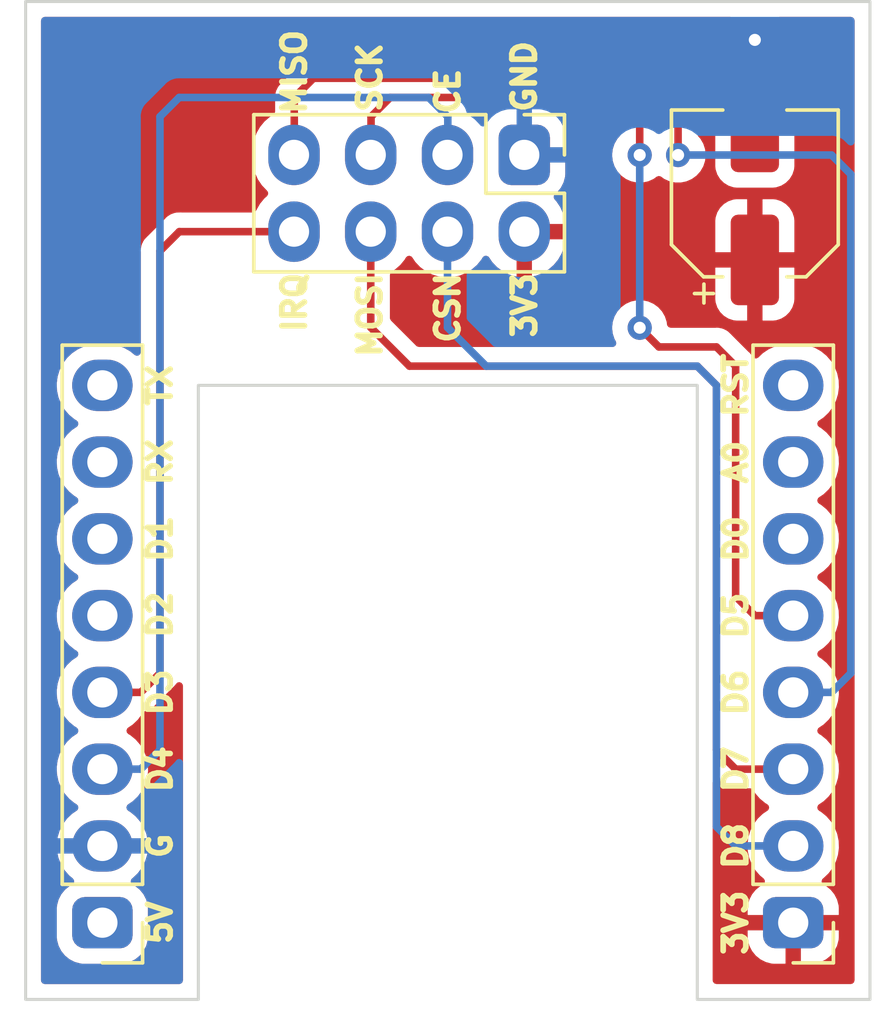
<source format=kicad_pcb>
(kicad_pcb (version 20211014) (generator pcbnew)
  (layers (0 "F.Cu" signal) (31 "B.Cu" signal) (34 "B.Paste" user) (35 "F.Paste" user) (36 "B.SilkS" user "B.Silkscreen") (37 "F.SilkS" user "F.Silkscreen") (38 "B.Mask" user) (39 "F.Mask" user) (44 "Edge.Cuts" user))
  (net 0 "")
  (net 1 "+3V3")
  (net 2 "GND")
  (net 4 "/D4")
  (net 5 "/D3")
  (net 10 "/D8")
  (net 11 "/D5")
  (net 12 "/D7")
  (net 13 "/D6")
  (footprint "Hoymiles_AhoyDTU:Connector_1x08_P2.54mm" (layer "F.Cu") (at 157.48 58.42 180)
    (fp_text reference "J3")
    (fp_text value "Conn_01x08")
    (fp_line (start -1.33 1.27) (end -1.33 19.11) (layer "F.SilkS") (width 0.12))
    (fp_line (start -1.33 1.27) (end 1.33 1.27) (layer "F.SilkS") (width 0.12))
    (fp_line (start -1.33 -1.33) (end 0 -1.33) (layer "F.SilkS") (width 0.12))
    (fp_line (start -1.33 19.11) (end 1.33 19.11) (layer "F.SilkS") (width 0.12))
    (fp_line (start -1.33 0) (end -1.33 -1.33) (layer "F.SilkS") (width 0.12))
    (fp_line (start 1.33 1.27) (end 1.33 19.11) (layer "F.SilkS") (width 0.12))
    (pad "1" thru_hole roundrect (at 0 0 180) (size 2 1.7) (drill 1) (layers *.Cu *.Mask) (net 1 "+3V3"))
    (pad "2" thru_hole oval (at 0 2.54 180) (size 2 1.7) (drill 1) (layers *.Cu *.Mask) (net 10 "/D8"))
    (pad "3" thru_hole oval (at 0 5.08 180) (size 2 1.7) (drill 1) (layers *.Cu *.Mask) (net 12 "/D7"))
    (pad "4" thru_hole oval (at 0 7.62 180) (size 2 1.7) (drill 1) (layers *.Cu *.Mask) (net 13 "/D6"))
    (pad "5" thru_hole oval (at 0 10.16 180) (size 2 1.7) (drill 1) (layers *.Cu *.Mask) (net 11 "/D5"))
    (pad "6" thru_hole oval (at 0 12.7 180) (size 2 1.7) (drill 1) (layers *.Cu *.Mask))
    (pad "7" thru_hole oval (at 0 15.24 180) (size 2 1.7) (drill 1) (layers *.Cu *.Mask))
    (pad "8" thru_hole oval (at 0 17.78 180) (size 2 1.7) (drill 1) (layers *.Cu *.Mask))
  )
  (footprint "Hoymiles_AhoyDTU:Connector_2x04_P2.54mm" (layer "F.Cu") (at 148.58 33.015 -90)
    (fp_text reference "J2")
    (fp_text value "Conn_02x04_Odd_Even")
    (fp_line (start -1.33 8.95) (end 3.87 8.95) (layer "F.SilkS") (width 0.12))
    (fp_line (start 1.27 1.27) (end 1.27 -1.33) (layer "F.SilkS") (width 0.12))
    (fp_line (start -1.33 0) (end -1.33 -1.33) (layer "F.SilkS") (width 0.12))
    (fp_line (start 1.27 -1.33) (end 3.87 -1.33) (layer "F.SilkS") (width 0.12))
    (fp_line (start 3.87 -1.33) (end 3.87 8.95) (layer "F.SilkS") (width 0.12))
    (fp_line (start -1.33 -1.33) (end 0 -1.33) (layer "F.SilkS") (width 0.12))
    (fp_line (start -1.33 1.27) (end -1.33 8.95) (layer "F.SilkS") (width 0.12))
    (fp_line (start -1.33 1.27) (end 1.27 1.27) (layer "F.SilkS") (width 0.12))
    (pad "1" thru_hole roundrect (at 0 0 270) (size 2 1.7) (drill 1) (layers *.Cu *.Mask) (net 2 "GND"))
    (pad "2" thru_hole oval (at 2.54 0 270) (size 2 1.7) (drill 1) (layers *.Cu *.Mask) (net 1 "+3V3"))
    (pad "3" thru_hole oval (at 0 2.54 270) (size 2 1.7) (drill 1) (layers *.Cu *.Mask) (net 4 "/D4"))
    (pad "4" thru_hole oval (at 2.54 2.54 270) (size 2 1.7) (drill 1) (layers *.Cu *.Mask) (net 10 "/D8"))
    (pad "5" thru_hole oval (at 0 5.08 270) (size 2 1.7) (drill 1) (layers *.Cu *.Mask) (net 11 "/D5"))
    (pad "6" thru_hole oval (at 2.54 5.08 270) (size 2 1.7) (drill 1) (layers *.Cu *.Mask) (net 12 "/D7"))
    (pad "7" thru_hole oval (at 0 7.62 270) (size 2 1.7) (drill 1) (layers *.Cu *.Mask) (net 13 "/D6"))
    (pad "8" thru_hole oval (at 2.54 7.62 270) (size 2 1.7) (drill 1) (layers *.Cu *.Mask) (net 5 "/D3"))
  )
  (footprint "Hoymiles_AhoyDTU:Connector_1x08_P2.54mm" (layer "F.Cu") (at 134.62 58.42 180)
    (fp_text reference "J1")
    (fp_text value "Conn_01x08")
    (fp_line (start -1.33 -1.33) (end 0 -1.33) (layer "F.SilkS") (width 0.12))
    (fp_line (start -1.33 1.27) (end 1.33 1.27) (layer "F.SilkS") (width 0.12))
    (fp_line (start -1.33 19.11) (end 1.33 19.11) (layer "F.SilkS") (width 0.12))
    (fp_line (start 1.33 1.27) (end 1.33 19.11) (layer "F.SilkS") (width 0.12))
    (fp_line (start -1.33 1.27) (end -1.33 19.11) (layer "F.SilkS") (width 0.12))
    (fp_line (start -1.33 0) (end -1.33 -1.33) (layer "F.SilkS") (width 0.12))
    (pad "1" thru_hole roundrect (at 0 0 180) (size 2 1.7) (drill 1) (layers *.Cu *.Mask))
    (pad "2" thru_hole oval (at 0 2.54 180) (size 2 1.7) (drill 1) (layers *.Cu *.Mask) (net 2 "GND"))
    (pad "3" thru_hole oval (at 0 5.08 180) (size 2 1.7) (drill 1) (layers *.Cu *.Mask) (net 4 "/D4"))
    (pad "4" thru_hole oval (at 0 7.62 180) (size 2 1.7) (drill 1) (layers *.Cu *.Mask) (net 5 "/D3"))
    (pad "5" thru_hole oval (at 0 10.16 180) (size 2 1.7) (drill 1) (layers *.Cu *.Mask))
    (pad "6" thru_hole oval (at 0 12.7 180) (size 2 1.7) (drill 1) (layers *.Cu *.Mask))
    (pad "7" thru_hole oval (at 0 15.24 180) (size 2 1.7) (drill 1) (layers *.Cu *.Mask))
    (pad "8" thru_hole oval (at 0 17.78 180) (size 2 1.7) (drill 1) (layers *.Cu *.Mask))
  )
  (footprint "Capacitor_SMD:CP_Elec_5x5.4" (layer "F.Cu") (at 156.21 34.29 90)
    (fp_text reference "C1")
    (fp_text value "100µF")
    (fp_line (start -1.695563 -2.76) (end 2.76 -2.76) (layer "F.SilkS") (width 0.12))
    (fp_line (start -3.625 -1.685) (end -3 -1.685) (layer "F.SilkS") (width 0.12))
    (fp_line (start -2.76 1.695563) (end -1.695563 2.76) (layer "F.SilkS") (width 0.12))
    (fp_line (start -3.3125 -1.9975) (end -3.3125 -1.3725) (layer "F.SilkS") (width 0.12))
    (fp_line (start 2.76 2.76) (end 2.76 1.06) (layer "F.SilkS") (width 0.12))
    (fp_line (start -1.695563 2.76) (end 2.76 2.76) (layer "F.SilkS") (width 0.12))
    (fp_line (start -2.76 -1.695563) (end -1.695563 -2.76) (layer "F.SilkS") (width 0.12))
    (fp_line (start 2.76 -2.76) (end 2.76 -1.06) (layer "F.SilkS") (width 0.12))
    (fp_line (start -2.76 -1.695563) (end -2.76 -1.06) (layer "F.SilkS") (width 0.12))
    (fp_line (start -2.76 1.695563) (end -2.76 1.06) (layer "F.SilkS") (width 0.12))
    (pad "1" smd roundrect (at -2.2 0 90) (size 3 1.6) (layers "F.Cu" "F.Paste" "F.Mask") (roundrect_rratio 0.15625) (net 1 "+3V3"))
    (pad "2" smd roundrect (at 2.2 0 90) (size 3 1.6) (layers "F.Cu" "F.Paste" "F.Mask") (roundrect_rratio 0.15625) (net 2 "GND"))
  )
  (gr_poly (pts (xy 160.02 60.96) (xy 154.305 60.96) (xy 154.305 40.64) (xy 137.795 40.64) (xy 137.795 60.96) (xy 132.08 60.96) (xy 132.08 27.94) (xy 160.02 27.94)) (layer "Edge.Cuts") (width 0.1) (fill none))
  (gr_text "3V3" (at 148.59 36.83 90) (layer "F.SilkS") (effects (font (size 0.75 0.75) (thickness 0.1875)) (justify right)))
  (gr_text "A0" (at 155.575 43.18 90) (layer "F.SilkS") (effects (font (size 0.75 0.75) (thickness 0.1875))))
  (gr_text "TX" (at 136.525 40.64 90) (layer "F.SilkS") (effects (font (size 0.75 0.75) (thickness 0.1875))))
  (gr_text "D6" (at 155.575 50.8 90) (layer "F.SilkS") (effects (font (size 0.75 0.75) (thickness 0.1875))))
  (gr_text "5V" (at 136.525 58.42 90) (layer "F.SilkS") (effects (font (size 0.75 0.75) (thickness 0.1875))))
  (gr_text "D4" (at 136.525 53.34 90) (layer "F.SilkS") (effects (font (size 0.75 0.75) (thickness 0.1875))))
  (gr_text "3V3" (at 155.575 58.42 90) (layer "F.SilkS") (effects (font (size 0.75 0.75) (thickness 0.1875))))
  (gr_text "MISO" (at 140.97 31.75 90) (layer "F.SilkS") (effects (font (size 0.75 0.75) (thickness 0.1875)) (justify left)))
  (gr_text "D5" (at 155.575 48.26 90) (layer "F.SilkS") (effects (font (size 0.75 0.75) (thickness 0.1875))))
  (gr_text "D0" (at 155.575 45.72 90) (layer "F.SilkS") (effects (font (size 0.75 0.75) (thickness 0.1875))))
  (gr_text "RST" (at 155.575 40.64 90) (layer "F.SilkS") (effects (font (size 0.75 0.75) (thickness 0.1875))))
  (gr_text "CSN" (at 146.05 36.83 90) (layer "F.SilkS") (effects (font (size 0.75 0.75) (thickness 0.1875)) (justify right)))
  (gr_text "G" (at 136.525 55.88 90) (layer "F.SilkS") (effects (font (size 0.75 0.75) (thickness 0.1875))))
  (gr_text "RX" (at 136.525 43.18 90) (layer "F.SilkS") (effects (font (size 0.75 0.75) (thickness 0.1875))))
  (gr_text "D8" (at 155.575 55.88 90) (layer "F.SilkS") (effects (font (size 0.75 0.75) (thickness 0.1875))))
  (gr_text "D2" (at 136.525 48.23 90) (layer "F.SilkS") (effects (font (size 0.75 0.75) (thickness 0.1875))))
  (gr_text "D7" (at 155.575 53.34 90) (layer "F.SilkS") (effects (font (size 0.75 0.75) (thickness 0.1875))))
  (gr_text "CE" (at 146.05 31.75 90) (layer "F.SilkS") (effects (font (size 0.75 0.75) (thickness 0.1875)) (justify left)))
  (gr_text "MOSI" (at 143.47 36.83 90) (layer "F.SilkS") (effects (font (size 0.75 0.75) (thickness 0.1875)) (justify right)))
  (gr_text "D1" (at 136.525 45.72 90) (layer "F.SilkS") (effects (font (size 0.75 0.75) (thickness 0.1875))))
  (gr_text "IRQ" (at 140.97 36.83 90) (layer "F.SilkS") (effects (font (size 0.75 0.75) (thickness 0.1875)) (justify right)))
  (gr_text "GND" (at 148.58 31.685 90) (layer "F.SilkS") (effects (font (size 0.75 0.75) (thickness 0.1875)) (justify left)))
  (gr_text "SCK" (at 143.47 31.685 90) (layer "F.SilkS") (effects (font (size 0.75 0.75) (thickness 0.1875)) (justify left)))
  (gr_text "D3" (at 136.525 50.8 90) (layer "F.SilkS") (effects (font (size 0.75 0.75) (thickness 0.1875))))
  (segment (start 156.21 32.09) (end 156.21 29.21) (width 0.8) (layer "F.Cu") (net 2))
  (via (at 156.21 29.21) (size 0.8) (drill 0.4) (layers "F.Cu" "B.Cu") (net 2))
  (segment (start 137.16 31.115) (end 145.415 31.115) (width 0.25) (layer "B.Cu") (net 4))
  (segment (start 136.525 52.705) (end 136.525 31.75) (width 0.25) (layer "B.Cu") (net 4))
  (segment (start 135.89 53.34) (end 136.525 52.705) (width 0.25) (layer "B.Cu") (net 4))
  (segment (start 146.05 31.75) (end 146.05 33.005) (width 0.25) (layer "B.Cu") (net 4))
  (segment (start 134.62 53.34) (end 135.89 53.34) (width 0.25) (layer "B.Cu") (net 4))
  (segment (start 145.415 31.115) (end 146.05 31.75) (width 0.25) (layer "B.Cu") (net 4))
  (segment (start 136.525 31.75) (end 137.16 31.115) (width 0.25) (layer "B.Cu") (net 4))
  (segment (start 146.05 33.005) (end 146.04 33.015) (width 0.25) (layer "B.Cu") (net 4))
  (segment (start 135.89 50.8) (end 136.525 50.165) (width 0.25) (layer "F.Cu") (net 5))
  (segment (start 137.165 35.555) (end 140.96 35.555) (width 0.25) (layer "F.Cu") (net 5))
  (segment (start 134.62 50.8) (end 135.89 50.8) (width 0.25) (layer "F.Cu") (net 5))
  (segment (start 136.525 36.195) (end 137.165 35.555) (width 0.25) (layer "F.Cu") (net 5))
  (segment (start 136.525 50.165) (end 136.525 36.195) (width 0.25) (layer "F.Cu") (net 5))
  (segment (start 146.04 35.555) (end 146.04 38.725) (width 0.25) (layer "B.Cu") (net 10))
  (segment (start 154.94 40.64) (end 154.94 55.245) (width 0.25) (layer "B.Cu") (net 10))
  (segment (start 154.305 40.005) (end 154.94 40.64) (width 0.25) (layer "B.Cu") (net 10))
  (segment (start 154.94 55.245) (end 155.575 55.88) (width 0.25) (layer "B.Cu") (net 10))
  (segment (start 147.32 40.005) (end 154.305 40.005) (width 0.25) (layer "B.Cu") (net 10))
  (segment (start 146.04 38.725) (end 147.32 40.005) (width 0.25) (layer "B.Cu") (net 10))
  (segment (start 155.575 55.88) (end 157.48 55.88) (width 0.25) (layer "B.Cu") (net 10))
  (segment (start 154.94 39.37) (end 155.575 40.005) (width 0.25) (layer "F.Cu") (net 11))
  (segment (start 156.21 48.26) (end 157.48 48.26) (width 0.25) (layer "F.Cu") (net 11))
  (segment (start 151.765 31.115) (end 144.145 31.115) (width 0.25) (layer "F.Cu") (net 11))
  (segment (start 152.4 31.75) (end 151.765 31.115) (width 0.25) (layer "F.Cu") (net 11))
  (segment (start 155.575 40.005) (end 155.575 47.625) (width 0.25) (layer "F.Cu") (net 11))
  (segment (start 143.51 33.005) (end 143.5 33.015) (width 0.25) (layer "F.Cu") (net 11))
  (segment (start 153.035 39.37) (end 154.94 39.37) (width 0.25) (layer "F.Cu") (net 11))
  (segment (start 143.51 31.75) (end 143.51 33.005) (width 0.25) (layer "F.Cu") (net 11))
  (segment (start 152.4 31.75) (end 152.4 33.02) (width 0.25) (layer "F.Cu") (net 11))
  (segment (start 152.4 38.735) (end 153.035 39.37) (width 0.25) (layer "F.Cu") (net 11))
  (segment (start 144.145 31.115) (end 143.51 31.75) (width 0.25) (layer "F.Cu") (net 11))
  (segment (start 155.575 47.625) (end 156.21 48.26) (width 0.25) (layer "F.Cu") (net 11))
  (via (at 152.4 38.735) (size 0.8) (drill 0.4) (layers "F.Cu" "B.Cu") (net 11))
  (via (at 152.4 33.02) (size 0.8) (drill 0.4) (layers "F.Cu" "B.Cu") (net 11))
  (segment (start 152.4 33.02) (end 152.4 38.735) (width 0.25) (layer "B.Cu") (net 11))
  (segment (start 144.78 40.005) (end 154.305 40.005) (width 0.25) (layer "F.Cu") (net 12))
  (segment (start 154.305 40.005) (end 154.94 40.64) (width 0.25) (layer "F.Cu") (net 12))
  (segment (start 143.5 35.555) (end 143.5 38.725) (width 0.25) (layer "F.Cu") (net 12))
  (segment (start 143.5 38.725) (end 144.78 40.005) (width 0.25) (layer "F.Cu") (net 12))
  (segment (start 154.94 40.64) (end 154.94 52.705) (width 0.25) (layer "F.Cu") (net 12))
  (segment (start 155.575 53.34) (end 157.48 53.34) (width 0.25) (layer "F.Cu") (net 12))
  (segment (start 154.94 52.705) (end 155.575 53.34) (width 0.25) (layer "F.Cu") (net 12))
  (segment (start 153.035 30.48) (end 153.67 31.115) (width 0.25) (layer "F.Cu") (net 13))
  (segment (start 153.67 31.115) (end 153.67 33.02) (width 0.25) (layer "F.Cu") (net 13))
  (segment (start 140.96 33.015) (end 140.97 33.005) (width 0.25) (layer "F.Cu") (net 13))
  (segment (start 140.97 33.005) (end 140.97 31.115) (width 0.25) (layer "F.Cu") (net 13))
  (segment (start 141.605 30.48) (end 153.035 30.48) (width 0.25) (layer "F.Cu") (net 13))
  (segment (start 140.97 31.115) (end 141.605 30.48) (width 0.25) (layer "F.Cu") (net 13))
  (via (at 153.67 33.02) (size 0.8) (drill 0.4) (layers "F.Cu" "B.Cu") (net 13))
  (segment (start 159.385 33.655) (end 159.385 50.165) (width 0.25) (layer "B.Cu") (net 13))
  (segment (start 159.385 50.165) (end 158.75 50.8) (width 0.25) (layer "B.Cu") (net 13))
  (segment (start 158.75 50.8) (end 157.48 50.8) (width 0.25) (layer "B.Cu") (net 13))
  (segment (start 153.67 33.02) (end 158.75 33.02) (width 0.25) (layer "B.Cu") (net 13))
  (segment (start 158.75 33.02) (end 159.385 33.655) (width 0.25) (layer "B.Cu") (net 13))
  (zone (net 1) (net_name "+3V3") (layer "F.Cu") (connect_pads (clearance 0.508)) (min_thickness 0.254) (fill yes (thermal_gap 0.508) (thermal_bridge_width 0.508))
    (polygon (pts (xy 160.02 60.96) (xy 154.305 60.96) (xy 154.305 40.64) (xy 137.795 40.64) (xy 137.795 60.96) (xy 132.08 60.96) (xy 132.08 27.94) (xy 160.02 27.94)))
  )
  (zone (net 2) (net_name "GND") (layer "B.Cu") (connect_pads (clearance 0.508)) (min_thickness 0.254) (fill yes (thermal_gap 0.508) (thermal_bridge_width 0.508))
    (polygon (pts (xy 160.02 60.96) (xy 154.305 60.96) (xy 154.305 40.64) (xy 137.795 40.64) (xy 137.795 60.96) (xy 132.08 60.96) (xy 132.08 27.94) (xy 160.02 27.94)))
  )
)
</source>
